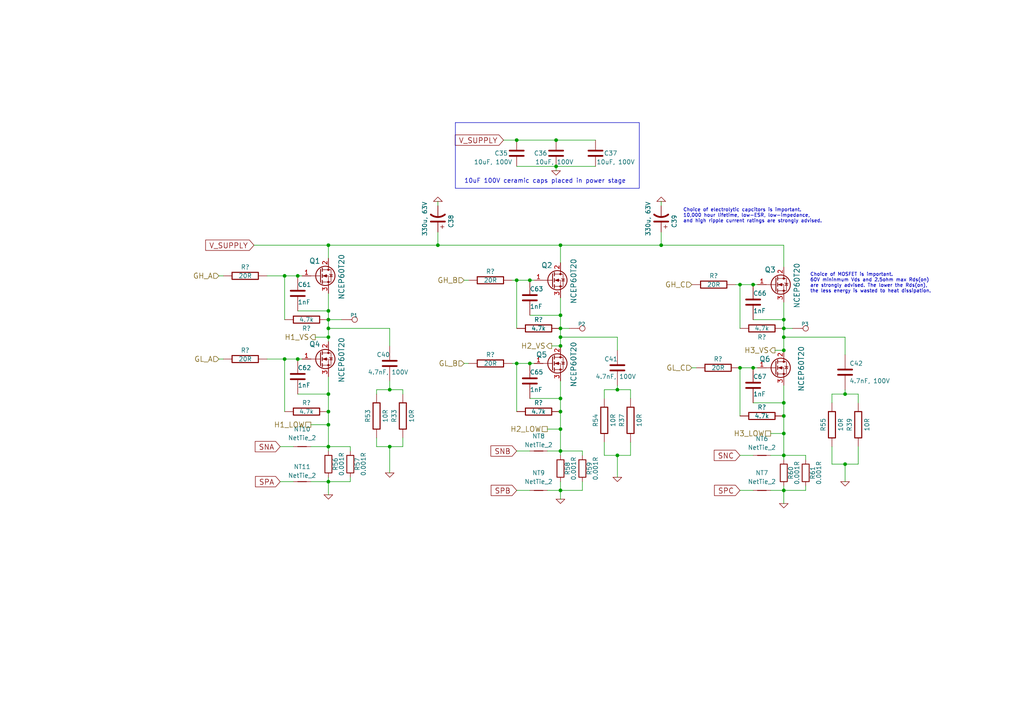
<source format=kicad_sch>
(kicad_sch (version 20230121) (generator eeschema)
  (paper "A4")
  (title_block (title "Cheap FOCer 2") (date "2020-04-08") (rev "0.9") (company "Shaman Systems") (comment 1 "Root") (comment 4 "Top level"))
  (lib_symbols
    (symbol "BLDC_4-rescue:C-RESCUE-BLDC_4" (pin_numbers hide) (pin_names (offset 0.254))
      (property "Reference" "C" (at 0 2.54 0))
      (property "Value" "C-RESCUE-BLDC_4" (at 0.1524 -2.159 0))
      (symbol "C-RESCUE-BLDC_4_0_1"
        (polyline (pts (xy -2.032 -0.762) (xy 2.032 -0.762)) (stroke (width 0.508)))
        (polyline (pts (xy -2.032 0.762) (xy 2.032 0.762)) (stroke (width 0.508)))
      )
      (symbol "C-RESCUE-BLDC_4_1_1"
        (pin passive line (at 0 5.08 270) (length 4.318) (name "~") (number "1"))
        (pin passive line (at 0 -5.08 90) (length 4.318) (name "~") (number "2"))
      )
    )
    (symbol "BLDC_4-rescue:CONN_1" (pin_numbers hide) (pin_names (offset 0.762) hide)
      (property "Reference" "P" (at 2.032 0 0))
      (symbol "CONN_1_0_1"
        (polyline (pts (xy -0.762 0) (xy -1.27 0)))
        (circle (center 0 0) (radius 0.7874))
      )
      (symbol "CONN_1_1_1"
        (pin passive line (at -3.81 0 0) (length 2.54) (name "1") (number "1"))
      )
    )
    (symbol "BLDC_4-rescue:GND-RESCUE-BLDC_4" (power) (pin_names (offset 0))
      (symbol "GND-RESCUE-BLDC_4_0_1"
        (polyline (pts (xy -1.27 0) (xy 0 -1.27) (xy 1.27 0) (xy -1.27 0)))
      )
      (symbol "GND-RESCUE-BLDC_4_1_1"
        (pin power_in line (at 0 0 90) (length 0) hide (name "GND") (number "1"))
      )
    )
    (symbol "BLDC_4-rescue:R-RESCUE-BLDC_4" (pin_numbers hide) (pin_names (offset 0))
      (property "Reference" "R" (at 2.032 0 90))
      (property "Value" "R-RESCUE-BLDC_4" (at 0.1778 0.0254 90))
      (symbol "R-RESCUE-BLDC_4_0_1"
        (rectangle (start -1.016 3.81) (end 1.016 -3.81) (stroke (width 0.3048)))
      )
      (symbol "R-RESCUE-BLDC_4_1_1"
        (pin passive line (at 0 6.35 270) (length 2.54) (name "~") (number "1"))
        (pin passive line (at 0 -6.35 90) (length 2.54) (name "~") (number "2"))
      )
    )
    (symbol "Cheap FOCer 2 60mm-rescue:CP1-Device" (pin_numbers hide) (pin_names (offset 0.254) hide)
      (property "Reference" "C" (at 0.635 2.54 0))
      (property "Value" "Device_CP1" (at 0.635 -2.54 0))
      (symbol "CP1-Device_0_1"
        (polyline (pts (xy -2.032 0.762) (xy 2.032 0.762)) (stroke (width 0.508)))
        (polyline (pts (xy -1.778 2.286) (xy -0.762 2.286)))
        (polyline (pts (xy -1.27 1.778) (xy -1.27 2.794)))
        (arc (start 2.032 -1.27) (mid 0 -0.5572) (end -2.032 -1.27) (stroke (width 0.508)))
      )
      (symbol "CP1-Device_1_1"
        (pin passive line (at 0 3.81 270) (length 2.794) (name "~") (number "1"))
        (pin passive line (at 0 -3.81 90) (length 3.302) (name "~") (number "2"))
      )
    )
    (symbol "Device:C" (pin_numbers hide) (pin_names (offset 0.254))
      (property "Reference" "C" (at 0.635 2.54 0))
      (property "Value" "C" (at 0.635 -2.54 0))
      (symbol "C_0_1"
        (polyline (pts (xy -2.032 -0.762) (xy 2.032 -0.762)) (stroke (width 0.508)))
        (polyline (pts (xy -2.032 0.762) (xy 2.032 0.762)) (stroke (width 0.508)))
      )
      (symbol "C_1_1"
        (pin passive line (at 0 3.81 270) (length 2.794) (name "~") (number "1"))
        (pin passive line (at 0 -3.81 90) (length 2.794) (name "~") (number "2"))
      )
    )
    (symbol "Device:NetTie_2" (pin_numbers hide) (pin_names (offset 0) hide) (in_bom no)
      (property "Reference" "NT" (at 0 1.27 0))
      (property "Value" "NetTie_2" (at 0 -1.27 0))
      (symbol "NetTie_2_0_1"
        (polyline (pts (xy -1.27 0) (xy 1.27 0)) (stroke (width 0.254)))
      )
      (symbol "NetTie_2_1_1"
        (pin passive line (at -2.54 0 0) (length 2.54) (name "1") (number "1"))
        (pin passive line (at 2.54 0 180) (length 2.54) (name "2") (number "2"))
      )
    )
    (symbol "Device:Q_NMOS_GDS" (pin_names (offset 0) hide)
      (property "Reference" "Q" (at 5.08 1.27 0))
      (property "Value" "Q_NMOS_GDS" (at 5.08 -1.27 0))
      (symbol "Q_NMOS_GDS_0_1"
        (polyline (pts (xy 0.254 0) (xy -2.54 0)))
        (polyline (pts (xy 0.254 1.905) (xy 0.254 -1.905)) (stroke (width 0.254)))
        (polyline (pts (xy 0.762 -1.27) (xy 0.762 -2.286)) (stroke (width 0.254)))
        (polyline (pts (xy 0.762 0.508) (xy 0.762 -0.508)) (stroke (width 0.254)))
        (polyline (pts (xy 0.762 2.286) (xy 0.762 1.27)) (stroke (width 0.254)))
        (polyline (pts (xy 2.54 2.54) (xy 2.54 1.778)))
        (polyline (pts (xy 2.54 -2.54) (xy 2.54 0) (xy 0.762 0)))
        (polyline (pts (xy 0.762 -1.778) (xy 3.302 -1.778) (xy 3.302 1.778) (xy 0.762 1.778)))
        (polyline (pts (xy 1.016 0) (xy 2.032 0.381) (xy 2.032 -0.381) (xy 1.016 0)) (fill (type outline)))
        (polyline (pts (xy 2.794 0.508) (xy 2.921 0.381) (xy 3.683 0.381) (xy 3.81 0.254)))
        (polyline (pts (xy 3.302 0.381) (xy 2.921 -0.254) (xy 3.683 -0.254) (xy 3.302 0.381)))
        (circle (center 1.651 0) (radius 2.794) (stroke (width 0.254)))
        (circle (center 2.54 -1.778) (radius 0.254) (fill (type outline)))
        (circle (center 2.54 1.778) (radius 0.254) (fill (type outline)))
      )
      (symbol "Q_NMOS_GDS_1_1"
        (pin input line (at -5.08 0 0) (length 2.54) (name "G") (number "1"))
        (pin passive line (at 2.54 5.08 270) (length 2.54) (name "D") (number "2"))
        (pin passive line (at 2.54 -5.08 90) (length 2.54) (name "S") (number "3"))
      )
    )
    (symbol "Device:R" (pin_numbers hide) (pin_names (offset 0))
      (property "Reference" "R" (at 2.032 0 90))
      (property "Value" "R" (at 0 0 90))
      (symbol "R_0_1"
        (rectangle (start -1.016 -2.54) (end 1.016 2.54) (stroke (width 0.254)))
      )
      (symbol "R_1_1"
        (pin passive line (at 0 3.81 270) (length 1.27) (name "~") (number "1"))
        (pin passive line (at 0 -3.81 90) (length 1.27) (name "~") (number "2"))
      )
    )
  )
  (junction (at 149.86 81.28))
  (junction (at 95.25 119.38))
  (junction (at 113.03 113.03))
  (junction (at 227.33 95.25))
  (junction (at 113.03 129.54))
  (junction (at 162.56 91.44))
  (junction (at 149.86 40.64))
  (junction (at 95.25 92.71))
  (junction (at 218.44 82.55))
  (junction (at 162.56 97.79))
  (junction (at 227.33 125.73))
  (junction (at 179.07 113.03))
  (junction (at 162.56 142.24))
  (junction (at 191.77 71.12))
  (junction (at 95.25 90.17))
  (junction (at 95.25 71.12))
  (junction (at 214.63 106.68))
  (junction (at 86.36 80.01))
  (junction (at 218.44 106.68))
  (junction (at 227.33 142.24))
  (junction (at 161.29 48.26))
  (junction (at 214.63 82.55))
  (junction (at 162.56 130.81))
  (junction (at 162.56 95.25))
  (junction (at 95.25 139.7))
  (junction (at 153.67 81.28))
  (junction (at 95.25 97.79))
  (junction (at 162.56 119.38))
  (junction (at 227.33 120.65))
  (junction (at 227.33 92.71))
  (junction (at 82.55 80.01))
  (junction (at 227.33 101.6))
  (junction (at 95.25 95.25))
  (junction (at 245.11 134.62))
  (junction (at 161.29 40.64))
  (junction (at 162.56 124.46))
  (junction (at 162.56 100.33))
  (junction (at 95.25 123.19))
  (junction (at 227.33 132.08))
  (junction (at 127 71.12))
  (junction (at 86.36 104.14))
  (junction (at 82.55 104.14))
  (junction (at 95.25 114.3))
  (junction (at 245.11 114.3))
  (junction (at 179.07 132.08))
  (junction (at 227.33 116.84))
  (junction (at 149.86 105.41))
  (junction (at 95.25 129.54))
  (junction (at 227.33 97.79))
  (junction (at 162.56 115.57))
  (junction (at 162.56 71.12))
  (junction (at 153.67 105.41))
  (wire (pts (xy 227.33 120.65) (xy 227.33 125.73)))
  (wire (pts (xy 116.84 113.03) (xy 113.03 113.03)))
  (wire (pts (xy 95.25 123.19) (xy 95.25 129.54)))
  (wire (pts (xy 227.33 142.24) (xy 227.33 140.97)))
  (wire (pts (xy 95.25 97.79) (xy 95.25 99.06)))
  (wire (pts (xy 95.25 85.09) (xy 95.25 90.17)))
  (wire (pts (xy 175.26 113.03) (xy 175.26 115.57)))
  (wire (pts (xy 218.44 82.55) (xy 219.71 82.55)))
  (wire (pts (xy 161.29 48.26) (xy 172.72 48.26)))
  (wire (pts (xy 182.88 128.27) (xy 182.88 132.08)))
  (wire (pts (xy 227.33 111.76) (xy 227.33 116.84)))
  (wire (pts (xy 182.88 132.08) (xy 179.07 132.08)))
  (wire (pts (xy 162.56 142.24) (xy 162.56 139.7)))
  (wire (pts (xy 168.91 132.08) (xy 168.91 130.81)))
  (wire (pts (xy 90.17 123.19) (xy 95.25 123.19)))
  (wire (pts (xy 90.17 139.7) (xy 95.25 139.7)))
  (wire (pts (xy 179.07 111.76) (xy 179.07 113.03)))
  (wire (pts (xy 91.44 97.79) (xy 95.25 97.79)))
  (wire (pts (xy 146.05 40.64) (xy 149.86 40.64)))
  (wire (pts (xy 248.92 114.3) (xy 245.11 114.3)))
  (wire (pts (xy 116.84 127) (xy 116.84 129.54)))
  (wire (pts (xy 218.44 92.71) (xy 227.33 92.71)))
  (wire (pts (xy 134.62 81.28) (xy 135.89 81.28)))
  (wire (pts (xy 227.33 125.73) (xy 227.33 132.08)))
  (wire (pts (xy 81.28 129.54) (xy 85.09 129.54)))
  (wire (pts (xy 227.33 146.05) (xy 227.33 142.24)))
  (wire (pts (xy 245.11 134.62) (xy 241.3 134.62)))
  (wire (pts (xy 149.86 105.41) (xy 153.67 105.41)))
  (wire (pts (xy 101.6 138.43) (xy 101.6 139.7)))
  (wire (pts (xy 73.66 71.12) (xy 95.25 71.12)))
  (wire (pts (xy 214.63 82.55) (xy 214.63 95.25)))
  (wire (pts (xy 95.25 139.7) (xy 95.25 143.51)))
  (wire (pts (xy 162.56 144.78) (xy 162.56 142.24)))
  (wire (pts (xy 149.86 81.28) (xy 153.67 81.28)))
  (wire (pts (xy 149.86 81.28) (xy 149.86 95.25)))
  (wire (pts (xy 149.86 48.26) (xy 161.29 48.26)))
  (wire (pts (xy 233.68 140.97) (xy 233.68 142.24)))
  (wire (pts (xy 148.59 105.41) (xy 149.86 105.41)))
  (wire (pts (xy 81.28 139.7) (xy 85.09 139.7)))
  (wire (pts (xy 113.03 100.33) (xy 113.03 95.25)))
  (wire (pts (xy 95.25 129.54) (xy 95.25 130.81)))
  (wire (pts (xy 223.52 132.08) (xy 227.33 132.08)))
  (wire (pts (xy 223.52 125.73) (xy 227.33 125.73)))
  (wire (pts (xy 82.55 104.14) (xy 86.36 104.14)))
  (wire (pts (xy 213.36 82.55) (xy 214.63 82.55)))
  (wire (pts (xy 168.91 142.24) (xy 162.56 142.24)))
  (wire (pts (xy 245.11 139.7) (xy 245.11 134.62)))
  (wire (pts (xy 101.6 130.81) (xy 101.6 129.54)))
  (wire (pts (xy 162.56 110.49) (xy 162.56 115.57)))
  (wire (pts (xy 153.67 91.44) (xy 162.56 91.44)))
  (wire (pts (xy 227.33 87.63) (xy 227.33 92.71)))
  (wire (pts (xy 162.56 76.2) (xy 162.56 71.12)))
  (wire (pts (xy 158.75 124.46) (xy 162.56 124.46)))
  (wire (pts (xy 214.63 120.65) (xy 214.63 106.68)))
  (wire (pts (xy 233.68 133.35) (xy 233.68 132.08)))
  (wire (pts (xy 162.56 124.46) (xy 162.56 130.81)))
  (wire (pts (xy 158.75 142.24) (xy 162.56 142.24)))
  (wire (pts (xy 63.5 80.01) (xy 64.77 80.01)))
  (wire (pts (xy 149.86 119.38) (xy 149.86 105.41)))
  (wire (pts (xy 82.55 119.38) (xy 82.55 104.14)))
  (wire (pts (xy 162.56 97.79) (xy 179.07 97.79)))
  (wire (pts (xy 82.55 80.01) (xy 86.36 80.01)))
  (wire (pts (xy 248.92 134.62) (xy 245.11 134.62)))
  (wire (pts (xy 214.63 82.55) (xy 218.44 82.55)))
  (polyline (pts (xy 132.08 35.56) (xy 132.08 54.61)))
  (wire (pts (xy 109.22 113.03) (xy 109.22 114.3)))
  (wire (pts (xy 95.25 92.71) (xy 95.25 95.25)))
  (wire (pts (xy 134.62 105.41) (xy 135.89 105.41)))
  (wire (pts (xy 223.52 142.24) (xy 227.33 142.24)))
  (wire (pts (xy 224.79 101.6) (xy 227.33 101.6)))
  (wire (pts (xy 86.36 114.3) (xy 95.25 114.3)))
  (wire (pts (xy 241.3 134.62) (xy 241.3 129.54)))
  (wire (pts (xy 153.67 81.28) (xy 154.94 81.28)))
  (wire (pts (xy 149.86 40.64) (xy 161.29 40.64)))
  (wire (pts (xy 77.47 80.01) (xy 82.55 80.01)))
  (wire (pts (xy 227.33 71.12) (xy 227.33 77.47)))
  (wire (pts (xy 241.3 114.3) (xy 241.3 116.84)))
  (wire (pts (xy 95.25 109.22) (xy 95.25 114.3)))
  (polyline (pts (xy 132.08 54.61) (xy 185.42 54.61)))
  (wire (pts (xy 149.86 130.81) (xy 153.67 130.81)))
  (wire (pts (xy 90.17 129.54) (xy 95.25 129.54)))
  (wire (pts (xy 214.63 106.68) (xy 218.44 106.68)))
  (wire (pts (xy 162.56 95.25) (xy 162.56 97.79)))
  (wire (pts (xy 127 71.12) (xy 162.56 71.12)))
  (wire (pts (xy 113.03 113.03) (xy 109.22 113.03)))
  (wire (pts (xy 162.56 97.79) (xy 162.56 100.33)))
  (wire (pts (xy 161.29 40.64) (xy 172.72 40.64)))
  (wire (pts (xy 233.68 132.08) (xy 227.33 132.08)))
  (wire (pts (xy 127 67.31) (xy 127 71.12)))
  (wire (pts (xy 168.91 130.81) (xy 162.56 130.81)))
  (wire (pts (xy 182.88 113.03) (xy 179.07 113.03)))
  (wire (pts (xy 168.91 139.7) (xy 168.91 142.24)))
  (wire (pts (xy 113.03 110.49) (xy 113.03 113.03)))
  (wire (pts (xy 161.29 48.26) (xy 161.29 49.53)))
  (wire (pts (xy 116.84 129.54) (xy 113.03 129.54)))
  (wire (pts (xy 127 59.69) (xy 127 58.42)))
  (wire (pts (xy 86.36 90.17) (xy 95.25 90.17)))
  (wire (pts (xy 245.11 113.03) (xy 245.11 114.3)))
  (wire (pts (xy 162.56 115.57) (xy 162.56 119.38)))
  (wire (pts (xy 182.88 115.57) (xy 182.88 113.03)))
  (wire (pts (xy 227.33 116.84) (xy 227.33 120.65)))
  (wire (pts (xy 248.92 129.54) (xy 248.92 134.62)))
  (wire (pts (xy 191.77 59.69) (xy 191.77 58.42)))
  (wire (pts (xy 233.68 142.24) (xy 227.33 142.24)))
  (wire (pts (xy 200.66 106.68) (xy 201.93 106.68)))
  (wire (pts (xy 214.63 142.24) (xy 218.44 142.24)))
  (wire (pts (xy 227.33 97.79) (xy 227.33 101.6)))
  (wire (pts (xy 158.75 130.81) (xy 162.56 130.81)))
  (wire (pts (xy 63.5 104.14) (xy 64.77 104.14)))
  (wire (pts (xy 95.25 95.25) (xy 113.03 95.25)))
  (wire (pts (xy 179.07 132.08) (xy 175.26 132.08)))
  (wire (pts (xy 227.33 97.79) (xy 245.11 97.79)))
  (wire (pts (xy 149.86 142.24) (xy 153.67 142.24)))
  (wire (pts (xy 179.07 113.03) (xy 175.26 113.03)))
  (wire (pts (xy 109.22 129.54) (xy 109.22 127)))
  (wire (pts (xy 101.6 139.7) (xy 95.25 139.7)))
  (wire (pts (xy 175.26 132.08) (xy 175.26 128.27)))
  (wire (pts (xy 191.77 71.12) (xy 227.33 71.12)))
  (wire (pts (xy 95.25 71.12) (xy 95.25 74.93)))
  (wire (pts (xy 245.11 102.87) (xy 245.11 97.79)))
  (wire (pts (xy 245.11 114.3) (xy 241.3 114.3)))
  (wire (pts (xy 153.67 105.41) (xy 154.94 105.41)))
  (wire (pts (xy 95.25 114.3) (xy 95.25 119.38)))
  (wire (pts (xy 218.44 106.68) (xy 219.71 106.68)))
  (wire (pts (xy 227.33 95.25) (xy 227.33 97.79)))
  (wire (pts (xy 82.55 92.71) (xy 82.55 80.01)))
  (wire (pts (xy 191.77 67.31) (xy 191.77 71.12)))
  (wire (pts (xy 227.33 132.08) (xy 227.33 133.35)))
  (wire (pts (xy 162.56 86.36) (xy 162.56 91.44)))
  (wire (pts (xy 116.84 114.3) (xy 116.84 113.03)))
  (wire (pts (xy 162.56 119.38) (xy 162.56 124.46)))
  (wire (pts (xy 101.6 129.54) (xy 95.25 129.54)))
  (wire (pts (xy 77.47 104.14) (xy 82.55 104.14)))
  (wire (pts (xy 227.33 95.25) (xy 229.87 95.25)))
  (wire (pts (xy 162.56 130.81) (xy 162.56 132.08)))
  (wire (pts (xy 179.07 97.79) (xy 179.07 101.6)))
  (wire (pts (xy 162.56 95.25) (xy 165.1 95.25)))
  (wire (pts (xy 113.03 129.54) (xy 109.22 129.54)))
  (wire (pts (xy 95.25 90.17) (xy 95.25 92.71)))
  (wire (pts (xy 248.92 116.84) (xy 248.92 114.3)))
  (wire (pts (xy 160.02 100.33) (xy 162.56 100.33)))
  (wire (pts (xy 95.25 71.12) (xy 127 71.12)))
  (wire (pts (xy 86.36 104.14) (xy 87.63 104.14)))
  (wire (pts (xy 214.63 132.08) (xy 218.44 132.08)))
  (wire (pts (xy 218.44 116.84) (xy 227.33 116.84)))
  (wire (pts (xy 227.33 92.71) (xy 227.33 95.25)))
  (wire (pts (xy 179.07 138.43) (xy 179.07 132.08)))
  (wire (pts (xy 95.25 139.7) (xy 95.25 138.43)))
  (wire (pts (xy 86.36 80.01) (xy 87.63 80.01)))
  (polyline (pts (xy 185.42 54.61) (xy 185.42 35.56)))
  (wire (pts (xy 113.03 137.16) (xy 113.03 129.54)))
  (polyline (pts (xy 185.42 35.56) (xy 132.08 35.56)))
  (wire (pts (xy 162.56 91.44) (xy 162.56 95.25)))
  (wire (pts (xy 153.67 115.57) (xy 162.56 115.57)))
  (wire (pts (xy 95.25 92.71) (xy 99.06 92.71)))
  (wire (pts (xy 148.59 81.28) (xy 149.86 81.28)))
  (wire (pts (xy 162.56 71.12) (xy 191.77 71.12)))
  (wire (pts (xy 95.25 119.38) (xy 95.25 123.19)))
  (wire (pts (xy 95.25 95.25) (xy 95.25 97.79)))
  (text "Choice of electrolytic capcitors is important. \n10,000 hour lifetime, low-ESR, low-impedance, \nand high ripple current ratings are strongly advised." (at 198.12 64.77 0) (effects (font (size 0.9906 0.9906)) (justify left bottom)))
  (text "Choice of MOSFET is important. \n60V mininmum Vds and 2.5ohm max Rds(on) \nare strongly advised. The lower the Rds(on), \nthe less energy is wasted to heat dissipation. " (at 234.95 85.09 0) (effects (font (size 0.9906 0.9906)) (justify left bottom)))
  (text "10uF 100V ceramic caps placed in power stage" (at 134.62 53.34 0) (effects (font (size 1.27 1.27)) (justify left bottom)))
  (global_label "V_SUPPLY" (shape input) (at 146.05 40.64 180) (effects (font (size 1.524 1.524))) (property "Intersheetrefs" "${INTERSHEET_REFS}" (effects hide)))
  (global_label "SPC" (shape input) (at 214.63 142.24 180) (effects (font (size 1.524 1.524))) (property "Intersheetrefs" "${INTERSHEET_REFS}" (effects hide)))
  (global_label "SNB" (shape input) (at 149.86 130.81 180) (effects (font (size 1.524 1.524))) (property "Intersheetrefs" "${INTERSHEET_REFS}" (effects hide)))
  (global_label "SNC" (shape input) (at 214.63 132.08 180) (effects (font (size 1.524 1.524))) (property "Intersheetrefs" "${INTERSHEET_REFS}" (effects hide)))
  (global_label "SPA" (shape input) (at 81.28 139.7 180) (effects (font (size 1.524 1.524))) (property "Intersheetrefs" "${INTERSHEET_REFS}" (effects hide)))
  (global_label "SPB" (shape input) (at 149.86 142.24 180) (effects (font (size 1.524 1.524))) (property "Intersheetrefs" "${INTERSHEET_REFS}" (effects hide)))
  (global_label "SNA" (shape input) (at 81.28 129.54 180) (effects (font (size 1.524 1.524))) (property "Intersheetrefs" "${INTERSHEET_REFS}" (effects hide)))
  (global_label "V_SUPPLY" (shape input) (at 73.66 71.12 180) (effects (font (size 1.524 1.524))) (property "Intersheetrefs" "${INTERSHEET_REFS}" (effects hide)))
  (hierarchical_label "H1_VS" (shape output) (at 91.44 97.79 180) (effects (font (size 1.524 1.524))))
  (hierarchical_label "GH_C" (shape input) (at 200.66 82.55 180) (effects (font (size 1.524 1.524))))
  (hierarchical_label "GL_C" (shape input) (at 200.66 106.68 180) (effects (font (size 1.524 1.524))))
  (hierarchical_label "H3_LOW" (shape passive) (at 223.52 125.73 180) (effects (font (size 1.524 1.524))))
  (hierarchical_label "H2_LOW" (shape passive) (at 158.75 124.46 180) (effects (font (size 1.524 1.524))))
  (hierarchical_label "H1_LOW" (shape passive) (at 90.17 123.19 180) (effects (font (size 1.524 1.524))))
  (hierarchical_label "H3_VS" (shape output) (at 224.79 101.6 180) (effects (font (size 1.524 1.524))))
  (hierarchical_label "GL_A" (shape input) (at 63.5 104.14 180) (effects (font (size 1.524 1.524))))
  (hierarchical_label "GH_A" (shape input) (at 63.5 80.01 180) (effects (font (size 1.524 1.524))))
  (hierarchical_label "GL_B" (shape input) (at 134.62 105.41 180) (effects (font (size 1.524 1.524))))
  (hierarchical_label "GH_B" (shape input) (at 134.62 81.28 180) (effects (font (size 1.524 1.524))))
  (hierarchical_label "H2_VS" (shape output) (at 160.02 100.33 180) (effects (font (size 1.524 1.524))))
  (symbol (lib_id "Device:Q_NMOS_GDS") (at 92.71 80.01 0) (unit 1)
    (property "Reference" "Q1" (at 92.964 75.692 0) (effects (font (size 1.524 1.524)) (justify right)))
    (property "Value" "NCEP60T20" (at 99.06 73.66 90) (effects (font (size 1.524 1.524)) (justify right)))
    (property "Footprint" "shapes3D:TO-220-3_Horizontal_TabUp_no_hole" (effects hide))
  )
  (symbol (lib_id "Device:Q_NMOS_GDS") (at 92.71 104.14 0) (unit 1)
    (property "Reference" "Q4" (at 92.964 99.822 0) (effects (font (size 1.524 1.524)) (justify right)))
    (property "Value" "NCEP60T20" (at 99.06 97.79 90) (effects (font (size 1.524 1.524)) (justify right)))
    (property "Footprint" "shapes3D:TO-220-3_Horizontal_TabUp_no_hole" (effects hide))
  )
  (symbol (lib_id "Device:Q_NMOS_GDS") (at 160.02 105.41 0) (unit 1)
    (property "Reference" "Q5" (at 158.75 102.87 0) (effects (font (size 1.524 1.524)) (justify right)))
    (property "Value" "NCEP60T20" (at 166.37 99.06 90) (effects (font (size 1.524 1.524)) (justify right)))
    (property "Footprint" "shapes3D:TO-220-3_Horizontal_TabUp_no_hole" (effects hide))
  )
  (symbol (lib_id "Device:Q_NMOS_GDS") (at 160.02 81.28 0) (unit 1)
    (property "Reference" "Q2" (at 160.274 76.962 0) (effects (font (size 1.524 1.524)) (justify right)))
    (property "Value" "NCEP60T20" (at 166.37 74.93 90) (effects (font (size 1.524 1.524)) (justify right)))
    (property "Footprint" "shapes3D:TO-220-3_Horizontal_TabUp_no_hole" (effects hide))
  )
  (symbol (lib_id "Device:Q_NMOS_GDS") (at 224.79 82.55 0) (unit 1)
    (property "Reference" "Q3" (at 225.044 78.232 0) (effects (font (size 1.524 1.524)) (justify right)))
    (property "Value" "NCEP60T20" (at 231.14 76.2 90) (effects (font (size 1.524 1.524)) (justify right)))
    (property "Footprint" "shapes3D:TO-220-3_Horizontal_TabUp_no_hole" (effects hide))
  )
  (symbol (lib_id "Device:Q_NMOS_GDS") (at 224.79 106.68 0) (unit 1)
    (property "Reference" "Q6" (at 223.52 104.14 0) (effects (font (size 1.524 1.524)) (justify right)))
    (property "Value" "NCEP60T20" (at 232.41 100.33 90) (effects (font (size 1.524 1.524)) (justify right)))
    (property "Footprint" "shapes3D:TO-220-3_Horizontal_TabUp_no_hole" (effects hide))
  )
  (symbol (lib_id "Device:R") (at 95.25 134.62 0) (mirror x) (unit 1)
    (property "Reference" "R56" (at 97.282 134.62 90))
    (property "Value" "0.001R" (at 99.06 134.62 90))
    (property "Footprint" "shapes3D:R_2512_Yageo_big_pads" (effects hide))
    (property "Datasheet" "https://www.mouser.com/datasheet/2/54/ss2h-2512-1302652.pdf" (effects hide))
    (instances (project "Stupid_FOCer" (path "" (reference "R56") (unit 1)) (path "" (reference "R?") (unit 1))))
  )
  (symbol (lib_id "BLDC_4-rescue:GND-RESCUE-BLDC_4") (at 95.25 143.51 0) (unit 1)
    (property "Reference" "#PWR061" (effects hide))
    (property "Value" "GND" (effects hide))
    (instances (project "Stupid_FOCer" (path "" (reference "#PWR061") (unit 1)) (path "" (reference "#PWR?") (unit 1))))
  )
  (symbol (lib_id "Device:R") (at 162.56 135.89 0) (mirror x) (unit 1)
    (property "Reference" "R58" (at 164.592 135.89 90))
    (property "Value" "0.001R" (at 166.37 135.89 90))
    (property "Footprint" "shapes3D:R_2512_Yageo_big_pads" (effects hide))
    (instances (project "Stupid_FOCer" (path "" (reference "R58") (unit 1)) (path "" (reference "R?") (unit 1))))
  )
  (symbol (lib_id "Device:R") (at 227.33 137.16 0) (mirror x) (unit 1)
    (property "Reference" "R60" (at 229.362 137.16 90))
    (property "Value" "0.001R" (at 231.14 137.16 90))
    (property "Footprint" "shapes3D:R_2512_Yageo_big_pads" (effects hide))
    (instances (project "Stupid_FOCer" (path "" (reference "R60") (unit 1)) (path "" (reference "R?") (unit 1))))
  )
  (symbol (lib_id "BLDC_4-rescue:GND-RESCUE-BLDC_4") (at 162.56 144.78 0) (unit 1)
    (property "Reference" "#PWR062" (effects hide))
    (property "Value" "GND" (effects hide))
    (instances (project "Stupid_FOCer" (path "" (reference "#PWR062") (unit 1)) (path "" (reference "#PWR?") (unit 1))))
  )
  (symbol (lib_id "BLDC_4-rescue:GND-RESCUE-BLDC_4") (at 227.33 146.05 0) (unit 1)
    (property "Reference" "#PWR063" (effects hide))
    (property "Value" "GND" (effects hide))
    (instances (project "Stupid_FOCer" (path "" (reference "#PWR063") (unit 1)) (path "" (reference "#PWR?") (unit 1))))
  )
  (symbol (lib_id "Cheap FOCer 2 60mm-rescue:CP1-Device") (at 127 63.5 180) (unit 1)
    (property "Reference" "C38" (at 130.81 62.23 90) (effects (justify left)))
    (property "Value" "330u, 63V" (at 123.19 58.42 90) (effects (justify left)))
    (property "Footprint" "w_capacitors:CP_10x20mm_hor_with_model_brd_edge" (effects hide))
    (instances (project "Stupid_FOCer" (path "" (reference "C38") (unit 1)) (path "" (reference "C?") (unit 1))))
  )
  (symbol (lib_id "BLDC_4-rescue:GND-RESCUE-BLDC_4") (at 127 58.42 180) (unit 1)
    (property "Reference" "#PWR056" (effects hide))
    (property "Value" "GND" (effects hide))
    (instances (project "Stupid_FOCer" (path "" (reference "#PWR056") (unit 1)) (path "" (reference "#PWR?") (unit 1))))
  )
  (symbol (lib_id "Device:C") (at 161.29 44.45 180) (unit 1)
    (property "Reference" "C36" (at 158.75 44.45 0) (effects (justify left)))
    (property "Value" "10uF, 100V" (at 166.37 46.99 0) (effects (justify left)))
    (property "Footprint" "Capacitor_SMD:C_2220_5650Metric_Pad1.97x5.40mm_HandSolder" (effects hide))
  )
  (symbol (lib_id "Device:C") (at 149.86 44.45 180) (unit 1)
    (property "Reference" "C35" (at 147.32 44.45 0) (effects (justify left)))
    (property "Value" "10uF, 100V" (at 148.59 46.99 0) (effects (justify left)))
    (property "Footprint" "Capacitor_SMD:C_2220_5650Metric_Pad1.97x5.40mm_HandSolder" (effects hide))
    (property "Datasheet" "https://www.mouser.com/datasheet/2/440/e_WIMA_MKS_4-1139797.pdf" (effects hide))
  )
  (symbol (lib_id "BLDC_4-rescue:GND-RESCUE-BLDC_4") (at 161.29 49.53 0) (unit 1)
    (property "Reference" "#PWR055" (effects hide))
    (property "Value" "GND" (effects hide))
    (instances (project "Stupid_FOCer" (path "" (reference "#PWR055") (unit 1)) (path "" (reference "#PWR?") (unit 1))))
  )
  (symbol (lib_id "BLDC_4-rescue:R-RESCUE-BLDC_4") (at 88.9 119.38 90) (unit 1)
    (property "Reference" "R?" (at 88.9 116.84 90))
    (property "Value" "4.7k" (at 88.9 119.38 90))
    (property "Footprint" "Resistor_SMD:R_0603_1608Metric" (effects hide))
    (instances (project "Stupid_FOCer" (path "" (reference "R?") (unit 1)) (path "" (reference "R?") (unit 1)) (path "" (reference "R50") (unit 1))))
  )
  (symbol (lib_id "BLDC_4-rescue:R-RESCUE-BLDC_4") (at 156.21 119.38 270) (unit 1)
    (property "Reference" "R?" (at 156.21 116.84 90))
    (property "Value" "4.7k" (at 156.21 119.38 90))
    (property "Footprint" "Resistor_SMD:R_0603_1608Metric" (effects hide))
    (instances (project "Stupid_FOCer" (path "" (reference "R?") (unit 1)) (path "" (reference "R?") (unit 1)) (path "" (reference "R51") (unit 1))))
  )
  (symbol (lib_id "BLDC_4-rescue:R-RESCUE-BLDC_4") (at 220.98 120.65 270) (unit 1)
    (property "Reference" "R?" (at 220.98 118.11 90))
    (property "Value" "4.7k" (at 220.98 120.65 90))
    (property "Footprint" "Resistor_SMD:R_0603_1608Metric" (effects hide))
    (instances (project "Stupid_FOCer" (path "" (reference "R?") (unit 1)) (path "" (reference "R?") (unit 1)) (path "" (reference "R52") (unit 1))))
  )
  (symbol (lib_id "BLDC_4-rescue:R-RESCUE-BLDC_4") (at 88.9 92.71 90) (unit 1)
    (property "Reference" "R?" (at 88.9 95.25 90))
    (property "Value" "4.7k" (at 88.9 92.71 90))
    (property "Footprint" "Resistor_SMD:R_0603_1608Metric" (effects hide))
    (instances (project "Stupid_FOCer" (path "" (reference "R?") (unit 1)) (path "" (reference "R?") (unit 1)) (path "" (reference "R44") (unit 1))))
  )
  (symbol (lib_id "BLDC_4-rescue:R-RESCUE-BLDC_4") (at 156.21 95.25 270) (unit 1)
    (property "Reference" "R?" (at 156.21 92.71 90))
    (property "Value" "4.7k" (at 156.21 95.25 90))
    (property "Footprint" "Resistor_SMD:R_0603_1608Metric" (effects hide))
    (instances (project "Stupid_FOCer" (path "" (reference "R?") (unit 1)) (path "" (reference "R?") (unit 1)) (path "" (reference "R45") (unit 1))))
  )
  (symbol (lib_id "BLDC_4-rescue:R-RESCUE-BLDC_4") (at 220.98 95.25 270) (unit 1)
    (property "Reference" "R?" (at 220.98 97.79 90))
    (property "Value" "4.7k" (at 220.98 95.25 90))
    (property "Footprint" "Resistor_SMD:R_0603_1608Metric" (effects hide))
    (instances (project "Stupid_FOCer" (path "" (reference "R?") (unit 1)) (path "" (reference "R?") (unit 1)) (path "" (reference "R46") (unit 1))))
  )
  (symbol (lib_id "BLDC_4-rescue:R-RESCUE-BLDC_4") (at 109.22 120.65 180) (unit 1)
    (property "Reference" "R53" (at 106.68 120.65 90))
    (property "Value" "10R" (at 111.76 120.65 90))
    (property "Footprint" "Resistor_SMD:R_0805_2012Metric" (effects hide))
    (instances (project "Stupid_FOCer" (path "" (reference "R53") (unit 1)) (path "" (reference "R?") (unit 1))))
  )
  (symbol (lib_id "BLDC_4-rescue:C-RESCUE-BLDC_4") (at 113.03 105.41 0) (unit 1)
    (property "Reference" "C40" (at 109.22 102.87 0) (effects (justify left)))
    (property "Value" "4.7nF, 100V" (at 106.68 107.95 0) (effects (justify left)))
    (property "Footprint" "Capacitor_SMD:C_0805_2012Metric" (effects hide))
    (instances (project "Stupid_FOCer" (path "" (reference "C40") (unit 1)) (path "" (reference "C?") (unit 1))))
  )
  (symbol (lib_id "BLDC_4-rescue:GND-RESCUE-BLDC_4") (at 113.03 137.16 0) (unit 1)
    (property "Reference" "#PWR058" (effects hide))
    (property "Value" "GND" (effects hide))
    (instances (project "Stupid_FOCer" (path "" (reference "#PWR058") (unit 1)) (path "" (reference "#PWR?") (unit 1))))
  )
  (symbol (lib_id "BLDC_4-rescue:R-RESCUE-BLDC_4") (at 175.26 121.92 180) (unit 1)
    (property "Reference" "R54" (at 172.72 121.92 90))
    (property "Value" "10R" (at 177.8 121.92 90))
    (property "Footprint" "Resistor_SMD:R_0805_2012Metric" (effects hide))
    (instances (project "Stupid_FOCer" (path "" (reference "R54") (unit 1)) (path "" (reference "R?") (unit 1))))
  )
  (symbol (lib_id "BLDC_4-rescue:C-RESCUE-BLDC_4") (at 179.07 106.68 0) (unit 1)
    (property "Reference" "C41" (at 175.26 104.14 0) (effects (justify left)))
    (property "Value" "4.7nF, 100V" (at 172.72 109.22 0) (effects (justify left)))
    (property "Footprint" "Capacitor_SMD:C_0805_2012Metric" (effects hide))
    (instances (project "Stupid_FOCer" (path "" (reference "C41") (unit 1)) (path "" (reference "C?") (unit 1))))
  )
  (symbol (lib_id "BLDC_4-rescue:GND-RESCUE-BLDC_4") (at 179.07 138.43 0) (unit 1)
    (property "Reference" "#PWR059" (effects hide))
    (property "Value" "GND" (effects hide))
    (instances (project "Stupid_FOCer" (path "" (reference "#PWR059") (unit 1)) (path "" (reference "#PWR?") (unit 1))))
  )
  (symbol (lib_id "BLDC_4-rescue:R-RESCUE-BLDC_4") (at 241.3 123.19 180) (unit 1)
    (property "Reference" "R55" (at 238.76 123.19 90))
    (property "Value" "10R" (at 243.84 123.19 90))
    (property "Footprint" "Resistor_SMD:R_0805_2012Metric" (effects hide))
    (instances (project "Stupid_FOCer" (path "" (reference "R55") (unit 1)) (path "" (reference "R?") (unit 1))))
  )
  (symbol (lib_id "BLDC_4-rescue:C-RESCUE-BLDC_4") (at 245.11 107.95 0) (unit 1)
    (property "Reference" "C42" (at 246.38 105.41 0) (effects (justify left)))
    (property "Value" "4.7nF, 100V" (at 246.38 110.49 0) (effects (justify left)))
    (property "Footprint" "Capacitor_SMD:C_0805_2012Metric" (effects hide))
    (instances (project "Stupid_FOCer" (path "" (reference "C42") (unit 1)) (path "" (reference "C?") (unit 1))))
  )
  (symbol (lib_id "BLDC_4-rescue:GND-RESCUE-BLDC_4") (at 245.11 139.7 0) (unit 1)
    (property "Reference" "#PWR060" (effects hide))
    (property "Value" "GND" (effects hide))
    (instances (project "Stupid_FOCer" (path "" (reference "#PWR060") (unit 1)) (path "" (reference "#PWR?") (unit 1))))
  )
  (symbol (lib_id "Cheap FOCer 2 60mm-rescue:CP1-Device") (at 191.77 63.5 180) (unit 1)
    (property "Reference" "C39" (at 195.58 62.23 90) (effects (justify left)))
    (property "Value" "330u, 63V" (at 187.96 58.42 90) (effects (justify left)))
    (property "Footprint" "w_capacitors:CP_10x20mm_hor_with_model_brd_edge" (effects hide))
    (instances (project "Stupid_FOCer" (path "" (reference "C39") (unit 1)) (path "" (reference "C?") (unit 1))))
  )
  (symbol (lib_id "BLDC_4-rescue:GND-RESCUE-BLDC_4") (at 191.77 58.42 180) (unit 1)
    (property "Reference" "#PWR057" (effects hide))
    (property "Value" "GND" (effects hide))
    (instances (project "Stupid_FOCer" (path "" (reference "#PWR057") (unit 1)) (path "" (reference "#PWR?") (unit 1))))
  )
  (symbol (lib_id "Device:R") (at 168.91 135.89 0) (mirror x) (unit 1)
    (property "Reference" "R59" (at 170.942 135.89 90))
    (property "Value" "0.001R" (at 172.72 135.89 90))
    (property "Footprint" "shapes3D:R_2512_Yageo_big_pads" (effects hide))
    (instances (project "Stupid_FOCer" (path "" (reference "R59") (unit 1)) (path "" (reference "R?") (unit 1))))
  )
  (symbol (lib_id "Device:R") (at 101.6 134.62 0) (mirror x) (unit 1)
    (property "Reference" "R57" (at 103.632 134.62 90))
    (property "Value" "0.001R" (at 105.41 134.62 90))
    (property "Footprint" "shapes3D:R_2512_Yageo_big_pads" (effects hide))
    (instances (project "Stupid_FOCer" (path "" (reference "R57") (unit 1)) (path "" (reference "R?") (unit 1))))
  )
  (symbol (lib_id "Device:R") (at 233.68 137.16 0) (mirror x) (unit 1)
    (property "Reference" "R61" (at 235.712 137.16 90))
    (property "Value" "0.001R" (at 237.49 137.16 90))
    (property "Footprint" "shapes3D:R_2512_Yageo_big_pads" (effects hide))
    (instances (project "Stupid_FOCer" (path "" (reference "R61") (unit 1)) (path "" (reference "R?") (unit 1))))
  )
  (symbol (lib_id "BLDC_4-rescue:R-RESCUE-BLDC_4") (at 207.01 82.55 270) (unit 1)
    (property "Reference" "R?" (at 207.01 80.01 90))
    (property "Value" "20R" (at 207.01 82.55 90))
    (property "Footprint" "Resistor_SMD:R_0805_2012Metric" (effects hide))
    (instances (project "Stupid_FOCer" (path "" (reference "R?") (unit 1)) (path "" (reference "R?") (unit 1)) (path "" (reference "R43") (unit 1))))
  )
  (symbol (lib_id "BLDC_4-rescue:R-RESCUE-BLDC_4") (at 208.28 106.68 270) (unit 1)
    (property "Reference" "R?" (at 208.28 104.14 90))
    (property "Value" "20R" (at 208.28 106.68 90))
    (property "Footprint" "Resistor_SMD:R_0805_2012Metric" (effects hide))
    (instances (project "Stupid_FOCer" (path "" (reference "R?") (unit 1)) (path "" (reference "R?") (unit 1)) (path "" (reference "R49") (unit 1))))
  )
  (symbol (lib_id "BLDC_4-rescue:R-RESCUE-BLDC_4") (at 142.24 81.28 270) (unit 1)
    (property "Reference" "R?" (at 142.24 78.74 90))
    (property "Value" "20R" (at 142.24 81.28 90))
    (property "Footprint" "Resistor_SMD:R_0805_2012Metric" (effects hide))
    (instances (project "Stupid_FOCer" (path "" (reference "R?") (unit 1)) (path "" (reference "R?") (unit 1)) (path "" (reference "R42") (unit 1))))
  )
  (symbol (lib_id "BLDC_4-rescue:R-RESCUE-BLDC_4") (at 142.24 105.41 270) (unit 1)
    (property "Reference" "R?" (at 142.24 102.87 90))
    (property "Value" "20R" (at 142.24 105.41 90))
    (property "Footprint" "Resistor_SMD:R_0805_2012Metric" (effects hide))
    (instances (project "Stupid_FOCer" (path "" (reference "R?") (unit 1)) (path "" (reference "R?") (unit 1)) (path "" (reference "R48") (unit 1))))
  )
  (symbol (lib_id "BLDC_4-rescue:R-RESCUE-BLDC_4") (at 71.12 104.14 270) (unit 1)
    (property "Reference" "R?" (at 71.12 101.6 90))
    (property "Value" "20R" (at 71.12 104.14 90))
    (property "Footprint" "Resistor_SMD:R_0805_2012Metric" (effects hide))
    (instances (project "Stupid_FOCer" (path "" (reference "R?") (unit 1)) (path "" (reference "R?") (unit 1)) (path "" (reference "R47") (unit 1))))
  )
  (symbol (lib_id "BLDC_4-rescue:R-RESCUE-BLDC_4") (at 71.12 80.01 270) (unit 1)
    (property "Reference" "R?" (at 71.12 77.47 90))
    (property "Value" "20R" (at 71.12 80.01 90))
    (property "Footprint" "Resistor_SMD:R_0805_2012Metric" (effects hide))
    (instances (project "Stupid_FOCer" (path "" (reference "R?") (unit 1)) (path "" (reference "R?") (unit 1)) (path "" (reference "R41") (unit 1))))
  )
  (symbol (lib_id "Device:C") (at 172.72 44.45 180) (unit 1)
    (property "Reference" "C37" (at 179.07 44.45 0) (effects (justify left)))
    (property "Value" "10uF, 100V" (at 184.15 46.99 0) (effects (justify left)))
    (property "Footprint" "Capacitor_SMD:C_2220_5650Metric_Pad1.97x5.40mm_HandSolder" (effects hide))
    (property "Datasheet" "https://www.mouser.com/datasheet/2/440/e_WIMA_MKS_4-1139797.pdf" (effects hide))
  )
  (symbol (lib_id "BLDC_4-rescue:R-RESCUE-BLDC_4") (at 116.84 120.65 180) (unit 1)
    (property "Reference" "R33" (at 114.3 120.65 90))
    (property "Value" "10R" (at 119.38 120.65 90))
    (property "Footprint" "Resistor_SMD:R_0805_2012Metric" (effects hide))
    (instances (project "Stupid_FOCer" (path "" (reference "R33") (unit 1)) (path "" (reference "R?") (unit 1))))
  )
  (symbol (lib_id "BLDC_4-rescue:R-RESCUE-BLDC_4") (at 182.88 121.92 180) (unit 1)
    (property "Reference" "R37" (at 180.34 121.92 90))
    (property "Value" "10R" (at 185.42 121.92 90))
    (property "Footprint" "Resistor_SMD:R_0805_2012Metric" (effects hide))
    (instances (project "Stupid_FOCer" (path "" (reference "R37") (unit 1)) (path "" (reference "R?") (unit 1))))
  )
  (symbol (lib_id "BLDC_4-rescue:R-RESCUE-BLDC_4") (at 248.92 123.19 180) (unit 1)
    (property "Reference" "R39" (at 246.38 123.19 90))
    (property "Value" "10R" (at 251.46 123.19 90))
    (property "Footprint" "Resistor_SMD:R_0805_2012Metric" (effects hide))
    (instances (project "Stupid_FOCer" (path "" (reference "R39") (unit 1)) (path "" (reference "R?") (unit 1))))
  )
  (symbol (lib_id "BLDC_4-rescue:C-RESCUE-BLDC_4") (at 86.36 85.09 0) (unit 1)
    (property "Reference" "C61" (at 86.36 82.55 0) (effects (justify left)))
    (property "Value" "1nF" (at 86.36 87.63 0) (effects (justify left)))
    (property "Footprint" "Capacitor_SMD:C_0603_1608Metric" (effects hide))
    (instances (project "Stupid_FOCer" (path "" (reference "C61") (unit 1)) (path "" (reference "C?") (unit 1))))
  )
  (symbol (lib_id "BLDC_4-rescue:C-RESCUE-BLDC_4") (at 86.36 109.22 0) (unit 1)
    (property "Reference" "C62" (at 86.36 106.68 0) (effects (justify left)))
    (property "Value" "1nF" (at 86.36 111.76 0) (effects (justify left)))
    (property "Footprint" "Capacitor_SMD:C_0603_1608Metric" (effects hide))
    (instances (project "Stupid_FOCer" (path "" (reference "C62") (unit 1)) (path "" (reference "C?") (unit 1))))
  )
  (symbol (lib_id "BLDC_4-rescue:C-RESCUE-BLDC_4") (at 153.67 110.49 0) (unit 1)
    (property "Reference" "C65" (at 153.67 107.95 0) (effects (justify left)))
    (property "Value" "1nF" (at 153.67 113.03 0) (effects (justify left)))
    (property "Footprint" "Capacitor_SMD:C_0603_1608Metric" (effects hide))
    (instances (project "Stupid_FOCer" (path "" (reference "C65") (unit 1)) (path "" (reference "C?") (unit 1))))
  )
  (symbol (lib_id "BLDC_4-rescue:C-RESCUE-BLDC_4") (at 153.67 86.36 0) (unit 1)
    (property "Reference" "C63" (at 153.67 83.82 0) (effects (justify left)))
    (property "Value" "1nF" (at 153.67 88.9 0) (effects (justify left)))
    (property "Footprint" "Capacitor_SMD:C_0603_1608Metric" (effects hide))
    (instances (project "Stupid_FOCer" (path "" (reference "C63") (unit 1)) (path "" (reference "C?") (unit 1))))
  )
  (symbol (lib_id "BLDC_4-rescue:C-RESCUE-BLDC_4") (at 218.44 87.63 0) (unit 1)
    (property "Reference" "C66" (at 218.44 85.09 0) (effects (justify left)))
    (property "Value" "1nF" (at 218.44 90.17 0) (effects (justify left)))
    (property "Footprint" "Capacitor_SMD:C_0603_1608Metric" (effects hide))
    (instances (project "Stupid_FOCer" (path "" (reference "C66") (unit 1)) (path "" (reference "C?") (unit 1))))
  )
  (symbol (lib_id "BLDC_4-rescue:C-RESCUE-BLDC_4") (at 218.44 111.76 0) (unit 1)
    (property "Reference" "C67" (at 218.44 109.22 0) (effects (justify left)))
    (property "Value" "1nF" (at 218.44 114.3 0) (effects (justify left)))
    (property "Footprint" "Capacitor_SMD:C_0603_1608Metric" (effects hide))
    (instances (project "Stupid_FOCer" (path "" (reference "C67") (unit 1)) (path "" (reference "C?") (unit 1))))
  )
  (symbol (lib_id "BLDC_4-rescue:CONN_1") (at 233.68 95.25 0) (unit 1)
    (property "Reference" "P3" (at 232.41 93.98 0) (effects (font (size 1.016 1.016)) (justify left)))
    (property "Value" "MOTOR1" (effects hide))
    (property "Footprint" "Additions:MountingPad" (effects hide))
  )
  (symbol (lib_id "Device:NetTie_2") (at 87.63 129.54 0) (unit 1) (in_bom no)
    (property "Reference" "NT10" (at 87.63 124.46 0))
    (property "Value" "NetTie_2" (at 87.63 127 0))
    (property "Footprint" "NetTie:NetTie-2_SMD_Pad0.5mm" (effects hide))
  )
  (symbol (lib_id "Device:NetTie_2") (at 156.21 130.81 0) (unit 1) (in_bom no)
    (property "Reference" "NT8" (at 156.21 126.492 0))
    (property "Value" "NetTie_2" (at 156.21 129.032 0))
    (property "Footprint" "NetTie:NetTie-2_SMD_Pad0.5mm" (effects hide))
  )
  (symbol (lib_id "Device:NetTie_2") (at 156.21 142.24 0) (unit 1) (in_bom no)
    (property "Reference" "NT9" (at 156.21 137.16 0))
    (property "Value" "NetTie_2" (at 156.21 139.7 0))
    (property "Footprint" "NetTie:NetTie-2_SMD_Pad0.5mm" (effects hide))
  )
  (symbol (lib_id "BLDC_4-rescue:CONN_1") (at 102.87 92.71 0) (unit 1)
    (property "Reference" "P1" (at 101.6 91.44 0) (effects (font (size 1.016 1.016)) (justify left)))
    (property "Value" "MOTOR1" (effects hide))
    (property "Footprint" "Additions:MountingPad" (effects hide))
  )
  (symbol (lib_id "Device:NetTie_2") (at 220.98 142.24 0) (unit 1) (in_bom no)
    (property "Reference" "NT7" (at 220.98 137.16 0))
    (property "Value" "NetTie_2" (at 220.98 139.7 0))
    (property "Footprint" "NetTie:NetTie-2_SMD_Pad0.5mm" (effects hide))
  )
  (symbol (lib_id "Device:NetTie_2") (at 220.98 132.08 0) (unit 1) (in_bom no)
    (property "Reference" "NT6" (at 220.98 127.254 0))
    (property "Value" "NetTie_2" (at 220.98 129.794 0))
    (property "Footprint" "NetTie:NetTie-2_SMD_Pad0.5mm" (effects hide))
  )
  (symbol (lib_id "BLDC_4-rescue:CONN_1") (at 168.91 95.25 0) (unit 1)
    (property "Reference" "P2" (at 167.64 93.98 0) (effects (font (size 1.016 1.016)) (justify left)))
    (property "Value" "MOTOR1" (effects hide))
    (property "Footprint" "Additions:MountingPad" (effects hide))
  )
  (symbol (lib_id "Device:NetTie_2") (at 87.63 139.7 0) (unit 1) (in_bom no)
    (property "Reference" "NT11" (at 87.63 135.382 0))
    (property "Value" "NetTie_2" (at 87.63 137.922 0))
    (property "Footprint" "NetTie:NetTie-2_SMD_Pad0.5mm" (effects hide))
  )
)
</source>
